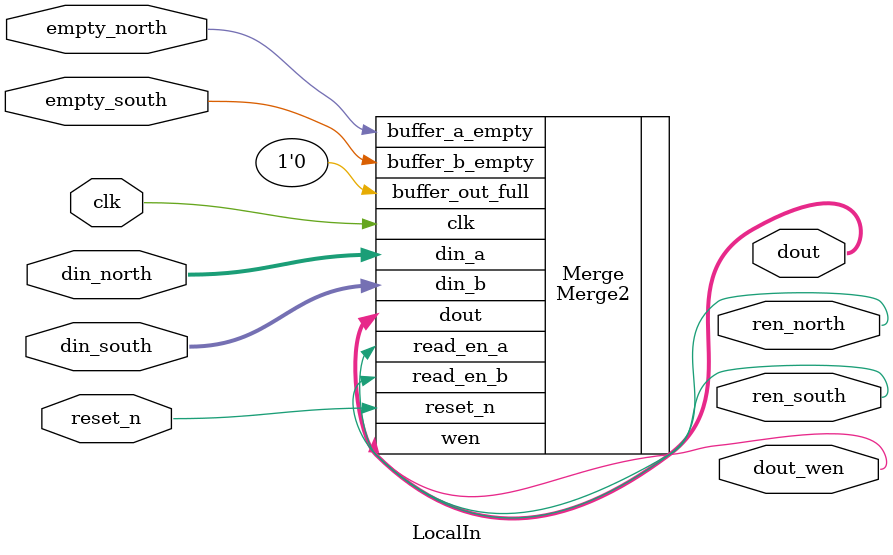
<source format=v>



module LocalIn #(
    parameter PACKET_WIDTH = 12
)(
    input clk,
    input reset_n,
    input [PACKET_WIDTH-1:0] din_north,
    input [PACKET_WIDTH-1:0] din_south,
    input empty_north,
    input empty_south,
    output ren_north,
    output ren_south,
    output [PACKET_WIDTH-1:0] dout,
    output dout_wen
    );
    
    
    Merge2 #(
        .DATA_WIDTH(PACKET_WIDTH)
    ) Merge (
        .clk(clk),
        .reset_n(reset_n),
        .din_a(din_north),
        .buffer_a_empty(empty_north),
        .din_b(din_south),
        .buffer_b_empty(empty_south),
        .buffer_out_full(1'b0),
        .read_en_a(ren_north),
        .read_en_b(ren_south),
        .dout(dout),
        .wen(dout_wen)
        );
    
endmodule

</source>
